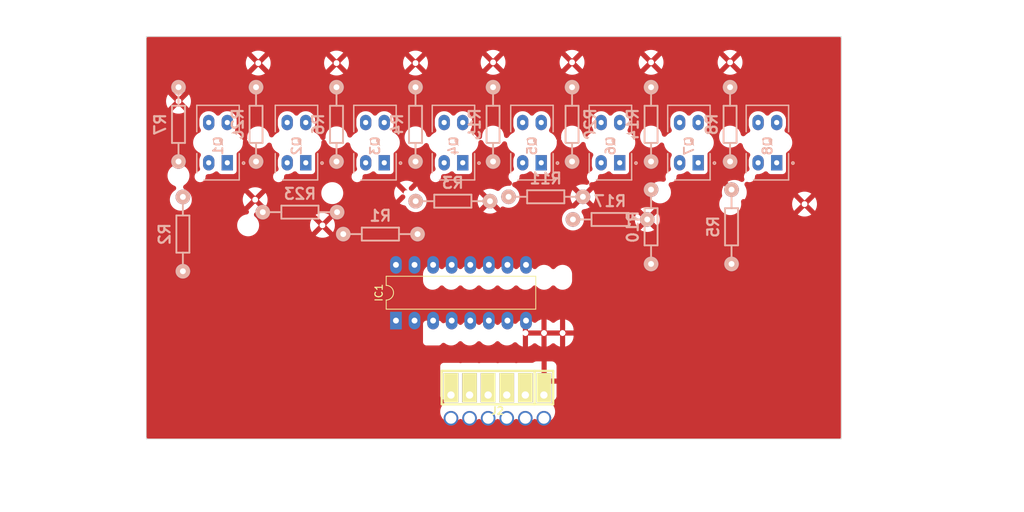
<source format=kicad_pcb>
(kicad_pcb (version 20240108) (generator "pcbnew") (generator_version "8.0")
  (layers (0 "F.Cu" signal) (31 "B.Cu" signal) (34 "B.Paste" user) (35 "F.Paste" user) (36 "B.SilkS" user "B.Silkscreen") (37 "F.SilkS" user "F.Silkscreen") (38 "B.Mask" user) (39 "F.Mask" user) (44 "Edge.Cuts" user))
  (net 0 "")
  (net 1 "/CH_5")
  (net 2 "/CH_2")
  (net 3 "VCC")
  (net 4 "/CH_7")
  (net 5 "/B")
  (net 6 "/C")
  (net 7 "/COM")
  (net 8 "/A")
  (net 9 "GND")
  (net 10 "/CH_4")
  (net 11 "Net-(Q2-K)")
  (net 12 "Net-(Q3-K)")
  (net 13 "/CH_1")
  (net 14 "Net-(Q8-K)")
  (net 15 "/CH_6")
  (net 16 "/CH_0")
  (net 17 "/CH_3")
  (net 18 "Net-(Q5-K)")
  (net 19 "Net-(Q6-K)")
  (net 20 "Net-(Q1-K)")
  (net 21 "Net-(Q7-K)")
  (net 22 "Net-(Q4-K)")
  (footprint "MacroLib:DIP-16" (layer "F.Cu") (at 129.125 118.825 90)
    (property "Reference" "IC1" (at 3.81 -2.33 270) (layer "F.SilkS"))
    (property "Value" "CD4051B")
    (fp_line (start 6.06 -1.33) (end 4.81 -1.33) (stroke (width 0.12)) (layer "F.SilkS"))
    (fp_line (start 2.81 -1.33) (end 1.56 -1.33) (stroke (width 0.12)) (layer "F.SilkS"))
    (fp_line (start 1.56 -1.33) (end 1.56 19.11) (stroke (width 0.12)) (layer "F.SilkS"))
    (fp_line (start 6.06 19.11) (end 6.06 -1.33) (stroke (width 0.12)) (layer "F.SilkS"))
    (fp_line (start 1.56 19.11) (end 6.06 19.11) (stroke (width 0.12)) (layer "F.SilkS"))
    (fp_arc (start 4.81 -1.33) (mid 3.81 -0.33) (end 2.81 -1.33) (stroke (width 0.12)) (layer "F.SilkS"))
    (pad "1" thru_hole rect (at 0 0 90) (size 2.4 1.6) (drill 0.8) (layers "*.Cu" "*.Mask") (net 10 "/CH_4"))
    (pad "2" thru_hole oval (at 0 2.54 90) (size 2.4 1.6) (drill 0.8) (layers "*.Cu" "*.Mask") (net 15 "/CH_6"))
    (pad "3" thru_hole oval (at 0 5.08 90) (size 2.4 1.6) (drill 0.8) (layers "*.Cu" "*.Mask") (net 7 "/COM"))
    (pad "4" thru_hole oval (at 0 7.62 90) (size 2.4 1.6) (drill 0.8) (layers "*.Cu" "*.Mask") (net 4 "/CH_7"))
    (pad "5" thru_hole oval (at 0 10.16 90) (size 2.4 1.6) (drill 0.8) (layers "*.Cu" "*.Mask") (net 1 "/CH_5"))
    (pad "6" thru_hole oval (at 0 12.7 90) (size 2.4 1.6) (drill 0.8) (layers "*.Cu" "*.Mask") (net 9 "GND"))
    (pad "7" thru_hole oval (at 0 15.24 90) (size 2.4 1.6) (drill 0.8) (layers "*.Cu" "*.Mask") (net 9 "GND"))
    (pad "8" thru_hole oval (at 0 17.78 90) (size 2.4 1.6) (drill 0.8) (layers "*.Cu" "*.Mask") (net 9 "GND"))
    (pad "9" thru_hole oval (at 7.62 17.78 90) (size 2.4 1.6) (drill 0.8) (layers "*.Cu" "*.Mask") (net 6 "/C"))
    (pad "10" thru_hole oval (at 7.62 15.24 90) (size 2.4 1.6) (drill 0.8) (layers "*.Cu" "*.Mask") (net 5 "/B"))
    (pad "11" thru_hole oval (at 7.62 12.7 90) (size 2.4 1.6) (drill 0.8) (layers "*.Cu" "*.Mask") (net 8 "/A"))
    (pad "12" thru_hole oval (at 7.62 10.16 90) (size 2.4 1.6) (drill 0.8) (layers "*.Cu" "*.Mask") (net 17 "/CH_3"))
    (pad "13" thru_hole oval (at 7.62 7.62 90) (size 2.4 1.6) (drill 0.8) (layers "*.Cu" "*.Mask") (net 16 "/CH_0"))
    (pad "14" thru_hole oval (at 7.62 5.08 90) (size 2.4 1.6) (drill 0.8) (layers "*.Cu" "*.Mask") (net 13 "/CH_1"))
    (pad "15" thru_hole oval (at 7.62 2.54 90) (size 2.4 1.6) (drill 0.8) (layers "*.Cu" "*.Mask") (net 2 "/CH_2"))
    (pad "16" thru_hole oval (at 7.62 0 90) (size 2.4 1.6) (drill 0.8) (layers "*.Cu" "*.Mask") (net 3 "VCC"))
  )
  (footprint "MacroLib:Pin_Header_Wire_6" (layer "F.Cu") (at 143 129 180)
    (property "Reference" "J2" (at 0 -2.159 0) (layer "F.SilkS") (effects (font (size 1.016 1.016) (thickness 0.2032))))
    (property "Value" "Conn_01x06" (hide yes))
    (fp_line (start 7.62 3.3) (end -7.62 3.3) (stroke (width 0.3048)) (layer "F.SilkS"))
    (fp_line (start 7.62 -1.27) (end 7.62 3.3) (stroke (width 0.3048)) (layer "F.SilkS"))
    (fp_line (start -5.08 -1.27) (end -5.08 3.3) (stroke (width 0.3048)) (layer "F.SilkS"))
    (fp_line (start -7.62 3.3) (end -7.62 -1.27) (stroke (width 0.3048)) (layer "F.SilkS"))
    (fp_line (start -7.62 -1.27) (end 7.62 -1.27) (stroke (width 0.3048)) (layer "F.SilkS"))
    (pad "" thru_hole circle (at -6.35 -3.175 180) (size 2 2) (drill 1.5) (layers "*.Cu" "*.Mask"))
    (pad "" thru_hole circle (at -3.81 -3.175 180) (size 2 2) (drill 1.5) (layers "*.Cu" "*.Mask"))
    (pad "" thru_hole circle (at -1.27 -3.175 180) (size 2 2) (drill 1.5) (layers "*.Cu" "*.Mask"))
    (pad "" thru_hole circle (at 1.27 -3.175 180) (size 2 2) (drill 1.5) (layers "*.Cu" "*.Mask"))
    (pad "" thru_hole circle (at 3.81 -3.175 180) (size 2 2) (drill 1.5) (layers "*.Cu" "*.Mask"))
    (pad "" thru_hole circle (at 6.35 -3.175 180) (size 2 2) (drill 1.5) (layers "*.Cu" "*.Mask"))
    (pad "1" thru_hole rect (at -6.35 0 180) (size 2 4) (drill 1 (offset 0 1)) (layers "*.Cu" "F.SilkS") (net 9 "GND"))
    (pad "2" thru_hole rect (at -3.81 0 180) (size 2 4) (drill 1 (offset 0 1)) (layers "*.Cu" "F.SilkS") (net 6 "/C"))
    (pad "3" thru_hole rect (at -1.27 0 180) (size 2 4) (drill 1 (offset 0 1)) (layers "*.Cu" "F.SilkS") (net 5 "/B"))
    (pad "4" thru_hole rect (at 1.27 0 180) (size 2 4) (drill 1 (offset 0 1)) (layers "*.Cu" "F.SilkS") (net 8 "/A"))
    (pad "5" thru_hole rect (at 3.81 0 180) (size 2 4) (drill 1 (offset 0 1)) (layers "*.Cu" "F.SilkS") (net 7 "/COM"))
    (pad "6" thru_hole rect (at 6.35 0 180) (size 2 4) (drill 1 (offset 0 1)) (layers "*.Cu" "F.SilkS") (net 3 "VCC"))
  )
  (footprint "MacroLib:TCRT5000L" (layer "B.Cu") (at 179.9 94.5 90)
    (property "Reference" "Q8" (at -0.432 0.015 90) (layer "B.SilkS") (effects (font (size 1.27 1.27) (thickness 0.254)) (justify mirror)))
    (property "Value" "TCRT5000" (hide yes))
    (fp_line (start 1.5 -2.9) (end 5.1 -2.9) (stroke (width 0.2)) (layer "B.SilkS"))
    (fp_line (start -4.1 -2.9) (end -1.5 -2.9) (stroke (width 0.2)) (layer "B.SilkS"))
    (fp_line (start -5.1 -1.9) (end -5.1 2.9) (stroke (width 0.2)) (layer "B.SilkS"))
    (fp_line (start 5.1 2.9) (end 5.1 -2.9) (stroke (width 0.2)) (layer "B.SilkS"))
    (fp_line (start 1.5 2.9) (end 5.1 2.9) (stroke (width 0.2)) (layer "B.SilkS"))
    (fp_line (start -1.5 2.9) (end -5.1 2.9) (stroke (width 0.2)) (layer "B.SilkS"))
    (fp_circle (center -2.79 3.492) (end -2.79 3.434) (stroke (width 0.2)) (fill none) (layer "B.SilkS"))
    (pad "" np_thru_hole circle (at -4.65 -2.45 90) (size 1 1) (drill 1) (layers "*.Cu" "*.Mask"))
    (pad "" np_thru_hole circle (at 0 -1.9 90) (size 2.5 2.5) (drill 2.5) (layers "*.Cu" "*.Mask"))
    (pad "" np_thru_hole circle (at 0 1.9 90) (size 2.5 2.5) (drill 2.5) (layers "*.Cu" "*.Mask"))
    (pad "1" thru_hole rect (at -2.75 1.27 90) (size 2.1 1.55) (drill 0.7) (layers "*.Cu" "*.Mask") (net 3 "VCC"))
    (pad "2" thru_hole oval (at -2.75 -1.27 90) (size 2.1 1.55) (drill 0.7) (layers "*.Cu" "*.Mask") (net 4 "/CH_7"))
    (pad "3" thru_hole oval (at 2.75 -1.27 90) (size 2.1 1.55) (drill 0.7) (layers "*.Cu" "*.Mask") (net 14 "Net-(Q8-K)"))
    (pad "4" thru_hole oval (at 2.75 1.27 90) (size 2.1 1.55) (drill 0.7) (layers "*.Cu" "*.Mask") (net 3 "VCC"))
  )
  (footprint "MacroLib:RES0.3" (layer "B.Cu") (at 175 106 -90)
    (property "Reference" "R5" (at 0 2.5 90) (layer "B.SilkS") (effects (font (size 1.5 1.5) (thickness 0.3)) (justify mirror)))
    (property "Value" "10k" (hide yes))
    (fp_line (start -2.54 0.889) (end 2.54 0.889) (stroke (width 0.254)) (layer "B.SilkS"))
    (fp_line (start 2.54 0.889) (end 2.54 -0.889) (stroke (width 0.254)) (layer "B.SilkS"))
    (fp_line (start -4.191 0) (end -2.54 0) (stroke (width 0.254)) (layer "B.SilkS"))
    (fp_line (start 4.191 0) (end 2.54 0) (stroke (width 0.254)) (layer "B.SilkS"))
    (fp_line (start -2.54 -0.889) (end -2.54 0.889) (stroke (width 0.254)) (layer "B.SilkS"))
    (fp_line (start 2.54 -0.889) (end -2.54 -0.889) (stroke (width 0.254)) (layer "B.SilkS"))
    (pad "1" thru_hole circle (at -5.08 0 270) (size 1.99898 1.99898) (drill 0.8001) (layers "*.Cu" "*.Mask" "B.SilkS") (net 4 "/CH_7"))
    (pad "2" thru_hole circle (at 5.08 0 270) (size 1.99898 1.99898) (drill 0.8001) (layers "*.Cu" "*.Mask" "B.SilkS") (net 9 "GND"))
  )
  (footprint "MacroLib:TCRT5000L" (layer "B.Cu") (at 126.257142 94.5 90)
    (property "Reference" "Q3" (at -0.432 0.015 90) (layer "B.SilkS") (effects (font (size 1.27 1.27) (thickness 0.254)) (justify mirror)))
    (property "Value" "TCRT5000" (hide yes))
    (fp_line (start 1.5 -2.9) (end 5.1 -2.9) (stroke (width 0.2)) (layer "B.SilkS"))
    (fp_line (start -4.1 -2.9) (end -1.5 -2.9) (stroke (width 0.2)) (layer "B.SilkS"))
    (fp_line (start -5.1 -1.9) (end -5.1 2.9) (stroke (width 0.2)) (layer "B.SilkS"))
    (fp_line (start 5.1 2.9) (end 5.1 -2.9) (stroke (width 0.2)) (layer "B.SilkS"))
    (fp_line (start 1.5 2.9) (end 5.1 2.9) (stroke (width 0.2)) (layer "B.SilkS"))
    (fp_line (start -1.5 2.9) (end -5.1 2.9) (stroke (width 0.2)) (layer "B.SilkS"))
    (fp_circle (center -2.79 3.492) (end -2.79 3.434) (stroke (width 0.2)) (fill none) (layer "B.SilkS"))
    (pad "" np_thru_hole circle (at -4.65 -2.45 90) (size 1 1) (drill 1) (layers "*.Cu" "*.Mask"))
    (pad "" np_thru_hole circle (at 0 -1.9 90) (size 2.5 2.5) (drill 2.5) (layers "*.Cu" "*.Mask"))
    (pad "" np_thru_hole circle (at 0 1.9 90) (size 2.5 2.5) (drill 2.5) (layers "*.Cu" "*.Mask"))
    (pad "1" thru_hole rect (at -2.75 1.27 90) (size 2.1 1.55) (drill 0.7) (layers "*.Cu" "*.Mask") (net 3 "VCC"))
    (pad "2" thru_hole oval (at -2.75 -1.27 90) (size 2.1 1.55) (drill 0.7) (layers "*.Cu" "*.Mask") (net 2 "/CH_2"))
    (pad "3" thru_hole oval (at 2.75 -1.27 90) (size 2.1 1.55) (drill 0.7) (layers "*.Cu" "*.Mask") (net 12 "Net-(Q3-K)"))
    (pad "4" thru_hole oval (at 2.75 1.27 90) (size 2.1 1.55) (drill 0.7) (layers "*.Cu" "*.Mask") (net 3 "VCC"))
  )
  (footprint "MacroLib:RES0.3" (layer "B.Cu") (at 116 104 180)
    (property "Reference" "R23" (at 0 2.5 180) (layer "B.SilkS") (effects (font (size 1.5 1.5) (thickness 0.3)) (justify mirror)))
    (property "Value" "10k" (hide yes))
    (fp_line (start 4.191 0) (end 2.54 0) (stroke (width 0.254)) (layer "B.SilkS"))
    (fp_line (start 2.54 0.889) (end 2.54 -0.889) (stroke (width 0.254)) (layer "B.SilkS"))
    (fp_line (start 2.54 -0.889) (end -2.54 -0.889) (stroke (width 0.254)) (layer "B.SilkS"))
    (fp_line (start -2.54 0.889) (end 2.54 0.889) (stroke (width 0.254)) (layer "B.SilkS"))
    (fp_line (start -2.54 -0.889) (end -2.54 0.889) (stroke (width 0.254)) (layer "B.SilkS"))
    (fp_line (start -4.191 0) (end -2.54 0) (stroke (width 0.254)) (layer "B.SilkS"))
    (pad "1" thru_hole circle (at -5.08 0 180) (size 1.99898 1.99898) (drill 0.8001) (layers "*.Cu" "*.Mask" "B.SilkS") (net 13 "/CH_1"))
    (pad "2" thru_hole circle (at 5.08 0 180) (size 1.99898 1.99898) (drill 0.8001) (layers "*.Cu" "*.Mask" "B.SilkS") (net 9 "GND"))
  )
  (footprint "MacroLib:RES0.3" (layer "B.Cu") (at 149.6 101.9 180)
    (property "Reference" "R11" (at 0 2.5 180) (layer "B.SilkS") (effects (font (size 1.5 1.5) (thickness 0.3)) (justify mirror)))
    (property "Value" "10k" (hide yes))
    (fp_line (start 4.191 0) (end 2.54 0) (stroke (width 0.254)) (layer "B.SilkS"))
    (fp_line (start 2.54 0.889) (end 2.54 -0.889) (stroke (width 0.254)) (layer "B.SilkS"))
    (fp_line (start 2.54 -0.889) (end -2.54 -0.889) (stroke (width 0.254)) (layer "B.SilkS"))
    (fp_line (start -2.54 0.889) (end 2.54 0.889) (stroke (width 0.254)) (layer "B.SilkS"))
    (fp_line (start -2.54 -0.889) (end -2.54 0.889) (stroke (width 0.254)) (layer "B.SilkS"))
    (fp_line (start -4.191 0) (end -2.54 0) (stroke (width 0.254)) (layer "B.SilkS"))
    (pad "1" thru_hole circle (at -5.08 0 180) (size 1.99898 1.99898) (drill 0.8001) (layers "*.Cu" "*.Mask" "B.SilkS") (net 10 "/CH_4"))
    (pad "2" thru_hole circle (at 5.08 0 180) (size 1.99898 1.99898) (drill 0.8001) (layers "*.Cu" "*.Mask" "B.SilkS") (net 9 "GND"))
  )
  (footprint "MacroLib:RES0.3" (layer "B.Cu") (at 110 92 -90)
    (property "Reference" "R26" (at 0 2.5 90) (layer "B.SilkS") (effects (font (size 1.5 1.5) (thickness 0.3)) (justify mirror)))
    (property "Value" "220" (hide yes))
    (fp_line (start -2.54 0.889) (end 2.54 0.889) (stroke (width 0.254)) (layer "B.SilkS"))
    (fp_line (start 2.54 0.889) (end 2.54 -0.889) (stroke (width 0.254)) (layer "B.SilkS"))
    (fp_line (start -4.191 0) (end -2.54 0) (stroke (width 0.254)) (layer "B.SilkS"))
    (fp_line (start 4.191 0) (end 2.54 0) (stroke (width 0.254)) (layer "B.SilkS"))
    (fp_line (start -2.54 -0.889) (end -2.54 0.889) (stroke (width 0.254)) (layer "B.SilkS"))
    (fp_line (start 2.54 -0.889) (end -2.54 -0.889) (stroke (width 0.254)) (layer "B.SilkS"))
    (pad "1" thru_hole circle (at -5.08 0 270) (size 1.99898 1.99898) (drill 0.8001) (layers "*.Cu" "*.Mask" "B.SilkS") (net 9 "GND"))
    (pad "2" thru_hole circle (at 5.08 0 270) (size 1.99898 1.99898) (drill 0.8001) (layers "*.Cu" "*.Mask" "B.SilkS") (net 11 "Net-(Q2-K)"))
  )
  (footprint "MacroLib:RES0.3" (layer "B.Cu") (at 164 92 -90)
    (property "Reference" "R14" (at 0 2.5 90) (layer "B.SilkS") (effects (font (size 1.5 1.5) (thickness 0.3)) (justify mirror)))
    (property "Value" "220" (hide yes))
    (fp_line (start -2.54 0.889) (end 2.54 0.889) (stroke (width 0.254)) (layer "B.SilkS"))
    (fp_line (start 2.54 0.889) (end 2.54 -0.889) (stroke (width 0.254)) (layer "B.SilkS"))
    (fp_line (start -4.191 0) (end -2.54 0) (stroke (width 0.254)) (layer "B.SilkS"))
    (fp_line (start 4.191 0) (end 2.54 0) (stroke (width 0.254)) (layer "B.SilkS"))
    (fp_line (start -2.54 -0.889) (end -2.54 0.889) (stroke (width 0.254)) (layer "B.SilkS"))
    (fp_line (start 2.54 -0.889) (end -2.54 -0.889) (stroke (width 0.254)) (layer "B.SilkS"))
    (pad "1" thru_hole circle (at -5.08 0 270) (size 1.99898 1.99898) (drill 0.8001) (layers "*.Cu" "*.Mask" "B.SilkS") (net 9 "GND"))
    (pad "2" thru_hole circle (at 5.08 0 270) (size 1.99898 1.99898) (drill 0.8001) (layers "*.Cu" "*.Mask" "B.SilkS") (net 21 "Net-(Q7-K)"))
  )
  (footprint "MacroLib:RES0.3" (layer "B.Cu") (at 99.4 92 -90)
    (property "Reference" "R7" (at 0 2.5 90) (layer "B.SilkS") (effects (font (size 1.5 1.5) (thickness 0.3)) (justify mirror)))
    (property "Value" "220" (hide yes))
    (fp_line (start -2.54 0.889) (end 2.54 0.889) (stroke (width 0.254)) (layer "B.SilkS"))
    (fp_line (start 2.54 0.889) (end 2.54 -0.889) (stroke (width 0.254)) (layer "B.SilkS"))
    (fp_line (start -4.191 0) (end -2.54 0) (stroke (width 0.254)) (layer "B.SilkS"))
    (fp_line (start 4.191 0) (end 2.54 0) (stroke (width 0.254)) (layer "B.SilkS"))
    (fp_line (start -2.54 -0.889) (end -2.54 0.889) (stroke (width 0.254)) (layer "B.SilkS"))
    (fp_line (start 2.54 -0.889) (end -2.54 -0.889) (stroke (width 0.254)) (layer "B.SilkS"))
    (pad "1" thru_hole circle (at -5.08 0 270) (size 1.99898 1.99898) (drill 0.8001) (layers "*.Cu" "*.Mask" "B.SilkS") (net 9 "GND"))
    (pad "2" thru_hole circle (at 5.08 0 270) (size 1.99898 1.99898) (drill 0.8001) (layers "*.Cu" "*.Mask" "B.SilkS") (net 20 "Net-(Q1-K)"))
  )
  (footprint "MacroLib:RES0.3" (layer "B.Cu") (at 136.9 102.5 180)
    (property "Reference" "R3" (at 0 2.5 180) (layer "B.SilkS") (effects (font (size 1.5 1.5) (thickness 0.3)) (justify mirror)))
    (property "Value" "10k" (hide yes))
    (fp_line (start 4.191 0) (end 2.54 0) (stroke (width 0.254)) (layer "B.SilkS"))
    (fp_line (start 2.54 0.889) (end 2.54 -0.889) (stroke (width 0.254)) (layer "B.SilkS"))
    (fp_line (start 2.54 -0.889) (end -2.54 -0.889) (stroke (width 0.254)) (layer "B.SilkS"))
    (fp_line (start -2.54 0.889) (end 2.54 0.889) (stroke (width 0.254)) (layer "B.SilkS"))
    (fp_line (start -2.54 -0.889) (end -2.54 0.889) (stroke (width 0.254)) (layer "B.SilkS"))
    (fp_line (start -4.191 0) (end -2.54 0) (stroke (width 0.254)) (layer "B.SilkS"))
    (pad "1" thru_hole circle (at -5.08 0 180) (size 1.99898 1.99898) (drill 0.8001) (layers "*.Cu" "*.Mask" "B.SilkS") (net 17 "/CH_3"))
    (pad "2" thru_hole circle (at 5.08 0 180) (size 1.99898 1.99898) (drill 0.8001) (layers "*.Cu" "*.Mask" "B.SilkS") (net 9 "GND"))
  )
  (footprint "MacroLib:RES0.3" (layer "B.Cu") (at 142.4 92 -90)
    (property "Reference" "R15" (at 0 2.5 90) (layer "B.SilkS") (effects (font (size 1.5 1.5) (thickness 0.3)) (justify mirror)))
    (property "Value" "220" (hide yes))
    (fp_line (start -2.54 0.889) (end 2.54 0.889) (stroke (width 0.254)) (layer "B.SilkS"))
    (fp_line (start 2.54 0.889) (end 2.54 -0.889) (stroke (width 0.254)) (layer "B.SilkS"))
    (fp_line (start -4.191 0) (end -2.54 0) (stroke (width 0.254)) (layer "B.SilkS"))
    (fp_line (start 4.191 0) (end 2.54 0) (stroke (width 0.254)) (layer "B.SilkS"))
    (fp_line (start -2.54 -0.889) (end -2.54 0.889) (stroke (width 0.254)) (layer "B.SilkS"))
    (fp_line (start 2.54 -0.889) (end -2.54 -0.889) (stroke (width 0.254)) (layer "B.SilkS"))
    (pad "1" thru_hole circle (at -5.08 0 270) (size 1.99898 1.99898) (drill 0.8001) (layers "*.Cu" "*.Mask" "B.SilkS") (net 9 "GND"))
    (pad "2" thru_hole circle (at 5.08 0 270) (size 1.99898 1.99898) (drill 0.8001) (layers "*.Cu" "*.Mask" "B.SilkS") (net 18 "Net-(Q5-K)"))
  )
  (footprint "MacroLib:TCRT5000L" (layer "B.Cu") (at 136.985713 94.5 90)
    (property "Reference" "Q4" (at -0.432 0.015 90) (layer "B.SilkS") (effects (font (size 1.27 1.27) (thickness 0.254)) (justify mirror)))
    (property "Value" "TCRT5000" (hide yes))
    (fp_line (start 1.5 -2.9) (end 5.1 -2.9) (stroke (width 0.2)) (layer "B.SilkS"))
    (fp_line (start -4.1 -2.9) (end -1.5 -2.9) (stroke (width 0.2)) (layer "B.SilkS"))
    (fp_line (start -5.1 -1.9) (end -5.1 2.9) (stroke (width 0.2)) (layer "B.SilkS"))
    (fp_line (start 5.1 2.9) (end 5.1 -2.9) (stroke (width 0.2)) (layer "B.SilkS"))
    (fp_line (start 1.5 2.9) (end 5.1 2.9) (stroke (width 0.2)) (layer "B.SilkS"))
    (fp_line (start -1.5 2.9) (end -5.1 2.9) (stroke (width 0.2)) (layer "B.SilkS"))
    (fp_circle (center -2.79 3.492) (end -2.79 3.434) (stroke (width 0.2)) (fill none) (layer "B.SilkS"))
    (pad "" np_thru_hole circle (at -4.65 -2.45 90) (size 1 1) (drill 1) (layers "*.Cu" "*.Mask"))
    (pad "" np_thru_hole circle (at 0 -1.9 90) (size 2.5 2.5) (drill 2.5) (layers "*.Cu" "*.Mask"))
    (pad "" np_thru_hole circle (at 0 1.9 90) (size 2.5 2.5) (drill 2.5) (layers "*.Cu" "*.Mask"))
    (pad "1" thru_hole rect (at -2.75 1.27 90) (size 2.1 1.55) (drill 0.7) (layers "*.Cu" "*.Mask") (net 3 "VCC"))
    (pad "2" thru_hole oval (at -2.75 -1.27 90) (size 2.1 1.55) (drill 0.7) (layers "*.Cu" "*.Mask") (net 17 "/CH_3"))
    (pad "3" thru_hole oval (at 2.75 -1.27 90) (size 2.1 1.55) (drill 0.7) (layers "*.Cu" "*.Mask") (net 22 "Net-(Q4-K)"))
    (pad "4" thru_hole oval (at 2.75 1.27 90) (size 2.1 1.55) (drill 0.7) (layers "*.Cu" "*.Mask") (net 3 "VCC"))
  )
  (footprint "MacroLib:RES0.3" (layer "B.Cu") (at 164 106 -90)
    (property "Reference" "R10" (at 0 2.5 90) (layer "B.SilkS") (effects (font (size 1.5 1.5) (thickness 0.3)) (justify mirror)))
    (property "Value" "10k" (hide yes))
    (fp_line (start -2.54 0.889) (end 2.54 0.889) (stroke (width 0.254)) (layer "B.SilkS"))
    (fp_line (start 2.54 0.889) (end 2.54 -0.889) (stroke (width 0.254)) (layer "B.SilkS"))
    (fp_line (start -4.191 0) (end -2.54 0) (stroke (width 0.254)) (layer "B.SilkS"))
    (fp_line (start 4.191 0) (end 2.54 0) (stroke (width 0.254)) (layer "B.SilkS"))
    (fp_line (start -2.54 -0.889) (end -2.54 0.889) (stroke (width 0.254)) (layer "B.SilkS"))
    (fp_line (start 2.54 -0.889) (end -2.54 -0.889) (stroke (width 0.254)) (layer "B.SilkS"))
    (pad "1" thru_hole circle (at -5.08 0 270) (size 1.99898 1.99898) (drill 0.8001) (layers "*.Cu" "*.Mask" "B.SilkS") (net 15 "/CH_6"))
    (pad "2" thru_hole circle (at 5.08 0 270) (size 1.99898 1.99898) (drill 0.8001) (layers "*.Cu" "*.Mask" "B.SilkS") (net 9 "GND"))
  )
  (footprint "MacroLib:RES0.3" (layer "B.Cu") (at 121 92 -90)
    (property "Reference" "R6" (at 0 2.5 90) (layer "B.SilkS") (effects (font (size 1.5 1.5) (thickness 0.3)) (justify mirror)))
    (property "Value" "220" (hide yes))
    (fp_line (start -2.54 0.889) (end 2.54 0.889) (stroke (width 0.254)) (layer "B.SilkS"))
    (fp_line (start 2.54 0.889) (end 2.54 -0.889) (stroke (width 0.254)) (layer "B.SilkS"))
    (fp_line (start -4.191 0) (end -2.54 0) (stroke (width 0.254)) (layer "B.SilkS"))
    (fp_line (start 4.191 0) (end 2.54 0) (stroke (width 0.254)) (layer "B.SilkS"))
    (fp_line (start -2.54 -0.889) (end -2.54 0.889) (stroke (width 0.254)) (layer "B.SilkS"))
    (fp_line (start 2.54 -0.889) (end -2.54 -0.889) (stroke (width 0.254)) (layer "B.SilkS"))
    (pad "1" thru_hole circle (at -5.08 0 270) (size 1.99898 1.99898) (drill 0.8001) (layers "*.Cu" "*.Mask" "B.SilkS") (net 9 "GND"))
    (pad "2" thru_hole circle (at 5.08 0 270) (size 1.99898 1.99898) (drill 0.8001) (layers "*.Cu" "*.Mask" "B.SilkS") (net 12 "Net-(Q3-K)"))
  )
  (footprint "MacroLib:RES0.3" (layer "B.Cu") (at 174.8 92 -90)
    (property "Reference" "R8" (at 0 2.5 90) (layer "B.SilkS") (effects (font (size 1.5 1.5) (thickness 0.3)) (justify mirror)))
    (property "Value" "220" (hide yes))
    (fp_line (start -2.54 0.889) (end 2.54 0.889) (stroke (width 0.254)) (layer "B.SilkS"))
    (fp_line (start 2.54 0.889) (end 2.54 -0.889) (stroke (width 0.254)) (layer "B.SilkS"))
    (fp_line (start -4.191 0) (end -2.54 0) (stroke (width 0.254)) (layer "B.SilkS"))
    (fp_line (start 4.191 0) (end 2.54 0) (stroke (width 0.254)) (layer "B.SilkS"))
    (fp_line (start -2.54 -0.889) (end -2.54 0.889) (stroke (width 0.254)) (layer "B.SilkS"))
    (fp_line (start 2.54 -0.889) (end -2.54 -0.889) (stroke (width 0.254)) (layer "B.SilkS"))
    (pad "1" thru_hole circle (at -5.08 0 270) (size 1.99898 1.99898) (drill 0.8001) (layers "*.Cu" "*.Mask" "B.SilkS") (net 9 "GND"))
    (pad "2" thru_hole circle (at 5.08 0 270) (size 1.99898 1.99898) (drill 0.8001) (layers "*.Cu" "*.Mask" "B.SilkS") (net 14 "Net-(Q8-K)"))
  )
  (footprint "MacroLib:RES0.3" (layer "B.Cu") (at 153.2 92 90)
    (property "Reference" "R20" (at 0 2.5 -90) (layer "B.SilkS") (effects (font (size 1.5 1.5) (thickness 0.3)) (justify mirror)))
    (property "Value" "220" (hide yes))
    (fp_line (start 2.54 -0.889) (end -2.54 -0.889) (stroke (width 0.254)) (layer "B.SilkS"))
    (fp_line (start -2.54 -0.889) (end -2.54 0.889) (stroke (width 0.254)) (layer "B.SilkS"))
    (fp_line (start 4.191 0) (end 2.54 0) (stroke (width 0.254)) (layer "B.SilkS"))
    (fp_line (start -4.191 0) (end -2.54 0) (stroke (width 0.254)) (layer "B.SilkS"))
    (fp_line (start 2.54 0.889) (end 2.54 -0.889) (stroke (width 0.254)) (layer "B.SilkS"))
    (fp_line (start -2.54 0.889) (end 2.54 0.889) (stroke (width 0.254)) (layer "B.SilkS"))
    (pad "1" thru_hole circle (at -5.08 0 90) (size 1.99898 1.99898) (drill 0.8001) (layers "*.Cu" "*.Mask" "B.SilkS") (net 19 "Net-(Q6-K)"))
    (pad "2" thru_hole circle (at 5.08 0 90) (size 1.99898 1.99898) (drill 0.8001) (layers "*.Cu" "*.Mask" "B.SilkS") (net 9 "GND"))
  )
  (footprint "MacroLib:RES0.3" (layer "B.Cu") (at 131.8 92 -90)
    (property "Reference" "R4" (at 0 2.5 90) (layer "B.SilkS") (effects (font (size 1.5 1.5) (thickness 0.3)) (justify mirror)))
    (property "Value" "220" (hide yes))
    (fp_line (start -2.54 0.889) (end 2.54 0.889) (stroke (width 0.254)) (layer "B.SilkS"))
    (fp_line (start 2.54 0.889) (end 2.54 -0.889) (stroke (width 0.254)) (layer "B.SilkS"))
    (fp_line (start -4.191 0) (end -2.54 0) (stroke (width 0.254)) (layer "B.SilkS"))
    (fp_line (start 4.191 0) (end 2.54 0) (stroke (width 0.254)) (layer "B.SilkS"))
    (fp_line (start -2.54 -0.889) (end -2.54 0.889) (stroke (width 0.254)) (layer "B.SilkS"))
    (fp_line (start 2.54 -0.889) (end -2.54 -0.889) (stroke (width 0.254)) (layer "B.SilkS"))
    (pad "1" thru_hole circle (at -5.08 0 270) (size 1.99898 1.99898) (drill 0.8001) (layers "*.Cu" "*.Mask" "B.SilkS") (net 9 "GND"))
    (pad "2" thru_hole circle (at 5.08 0 270) (size 1.99898 1.99898) (drill 0.8001) (layers "*.Cu" "*.Mask" "B.SilkS") (net 22 "Net-(Q4-K)"))
  )
  (footprint "MacroLib:TCRT5000L" (layer "B.Cu") (at 169.171426 94.5 90)
    (property "Reference" "Q7" (at -0.432 0.015 90) (layer "B.SilkS") (effects (font (size 1.27 1.27) (thickness 0.254)) (justify mirror)))
    (property "Value" "TCRT5000" (hide yes))
    (fp_line (start 1.5 -2.9) (end 5.1 -2.9) (stroke (width 0.2)) (layer "B.SilkS"))
    (fp_line (start -4.1 -2.9) (end -1.5 -2.9) (stroke (width 0.2)) (layer "B.SilkS"))
    (fp_line (start -5.1 -1.9) (end -5.1 2.9) (stroke (width 0.2)) (layer "B.SilkS"))
    (fp_line (start 5.1 2.9) (end 5.1 -2.9) (stroke (width 0.2)) (layer "B.SilkS"))
    (fp_line (start 1.5 2.9) (end 5.1 2.9) (stroke (width 0.2)) (layer "B.SilkS"))
    (fp_line (start -1.5 2.9) (end -5.1 2.9) (stroke (width 0.2)) (layer "B.SilkS"))
    (fp_circle (center -2.79 3.492) (end -2.79 3.434) (stroke (width 0.2)) (fill none) (layer "B.SilkS"))
    (pad "" np_thru_hole circle (at -4.65 -2.45 90) (size 1 1) (drill 1) (layers "*.Cu" "*.Mask"))
    (pad "" np_thru_hole circle (at 0 -1.9 90) (size 2.5 2.5) (drill 2.5) (layers "*.Cu" "*.Mask"))
    (pad "" np_thru_hole circle (at 0 1.9 90) (size 2.5 2.5) (drill 2.5) (layers "*.Cu" "*.Mask"))
    (pad "1" thru_hole rect (at -2.75 1.27 90) (size 2.1 1.55) (drill 0.7) (layers "*.Cu" "*.Mask") (net 3 "VCC"))
    (pad "2" thru_hole oval (at -2.75 -1.27 90) (size 2.1 1.55) (drill 0.7) (layers "*.Cu" "*.Mask") (net 15 "/CH_6"))
    (pad "3" thru_hole oval (at 2.75 -1.27 90) (size 2.1 1.55) (drill 0.7) (layers "*.Cu" "*.Mask") (net 21 "Net-(Q7-K)"))
    (pad "4" thru_hole oval (at 2.75 1.27 90) (size 2.1 1.55) (drill 0.7) (layers "*.Cu" "*.Mask") (net 3 "VCC"))
  )
  (footprint "MacroLib:RES0.3" (layer "B.Cu") (at 158.4 105 180)
    (property "Reference" "R17" (at 0 2.5 180) (layer "B.SilkS") (effects (font (size 1.5 1.5) (thickness 0.3)) (justify mirror)))
    (property "Value" "10k" (hide yes))
    (fp_line (start 4.191 0) (end 2.54 0) (stroke (width 0.254)) (layer "B.SilkS"))
    (fp_line (start 2.54 0.889) (end 2.54 -0.889) (stroke (width 0.254)) (layer "B.SilkS"))
    (fp_line (start 2.54 -0.889) (end -2.54 -0.889) (stroke (width 0.254)) (layer "B.SilkS"))
    (fp_line (start -2.54 0.889) (end 2.54 0.889) (stroke (width 0.254)) (layer "B.SilkS"))
    (fp_line (start -2.54 -0.889) (end -2.54 0.889) (stroke (width 0.254)) (layer "B.SilkS"))
    (fp_line (start -4.191 0) (end -2.54 0) (stroke (width 0.254)) (layer "B.SilkS"))
    (pad "1" thru_hole circle (at -5.08 0 180) (size 1.99898 1.99898) (drill 0.8001) (layers "*.Cu" "*.Mask" "B.SilkS") (net 1 "/CH_5"))
    (pad "2" thru_hole circle (at 5.08 0 180) (size 1.99898 1.99898) (drill 0.8001) (layers "*.Cu" "*.Mask" "B.SilkS") (net 9 "GND"))
  )
  (footprint "MacroLib:TCRT5000L" (layer "B.Cu") (at 158.442855 94.5 90)
    (property "Reference" "Q6" (at -0.432 0.015 90) (layer "B.SilkS") (effects (font (size 1.27 1.27) (thickness 0.254)) (justify mirror)))
    (property "Value" "TCRT5000" (hide yes))
    (fp_line (start 1.5 -2.9) (end 5.1 -2.9) (stroke (width 0.2)) (layer "B.SilkS"))
    (fp_line (start -4.1 -2.9) (end -1.5 -2.9) (stroke (width 0.2)) (layer "B.SilkS"))
    (fp_line (start -5.1 -1.9) (end -5.1 2.9) (stroke (width 0.2)) (layer "B.SilkS"))
    (fp_line (start 5.1 2.9) (end 5.1 -2.9) (stroke (width 0.2)) (layer "B.SilkS"))
    (fp_line (start 1.5 2.9) (end 5.1 2.9) (stroke (width 0.2)) (layer "B.SilkS"))
    (fp_line (start -1.5 2.9) (end -5.1 2.9) (stroke (width 0.2)) (layer "B.SilkS"))
    (fp_circle (center -2.79 3.492) (end -2.79 3.434) (stroke (width 0.2)) (fill none) (layer "B.SilkS"))
    (pad "" np_thru_hole circle (at -4.65 -2.45 90) (size 1 1) (drill 1) (layers "*.Cu" "*.Mask"))
    (pad "" np_thru_hole circle (at 0 -1.9 90) (size 2.5 2.5) (drill 2.5) (layers "*.Cu" "*.Mask"))
    (pad "" np_thru_hole circle (at 0 1.9 90) (size 2.5 2.5) (drill 2.5) (layers "*.Cu" "*.Mask"))
    (pad "1" thru_hole rect (at -2.75 1.27 90) (size 2.1 1.55) (drill 0.7) (layers "*.Cu" "*.Mask") (net 3 "VCC"))
    (pad "2" thru_hole oval (at -2.75 -1.27 90) (size 2.1 1.55) (drill 0.7) (layers "*.Cu" "*.Mask") (net 1 "/CH_5"))
    (pad "3" thru_hole oval (at 2.75 -1.27 90) (size 2.1 1.55) (drill 0.7) (layers "*.Cu" "*.Mask") (net 19 "Net-(Q6-K)"))
    (pad "4" thru_hole oval (at 2.75 1.27 90) (size 2.1 1.55) (drill 0.7) (layers "*.Cu" "*.Mask") (net 3 "VCC"))
  )
  (footprint "MacroLib:TCRT5000L" (layer "B.Cu") (at 147.714284 94.5 90)
    (property "Reference" "Q5" (at -0.432 0.015 90) (layer "B.SilkS") (effects (font (size 1.27 1.27) (thickness 0.254)) (justify mirror)))
    (property "Value" "TCRT5000" (hide yes))
    (fp_line (start 1.5 -2.9) (end 5.1 -2.9) (stroke (width 0.2)) (layer "B.SilkS"))
    (fp_line (start -4.1 -2.9) (end -1.5 -2.9) (stroke (width 0.2)) (layer "B.SilkS"))
    (fp_line (start -5.1 -1.9) (end -5.1 2.9) (stroke (width 0.2)) (layer "B.SilkS"))
    (fp_line (start 5.1 2.9) (end 5.1 -2.9) (stroke (width 0.2)) (layer "B.SilkS"))
    (fp_line (start 1.5 2.9) (end 5.1 2.9) (stroke (width 0.2)) (layer "B.SilkS"))
    (fp_line (start -1.5 2.9) (end -5.1 2.9) (stroke (width 0.2)) (layer "B.SilkS"))
    (fp_circle (center -2.79 3.492) (end -2.79 3.434) (stroke (width 0.2)) (fill none) (layer "B.SilkS"))
    (pad "" np_thru_hole circle (at -4.65 -2.45 90) (size 1 1) (drill 1) (layers "*.Cu" "*.Mask"))
    (pad "" np_thru_hole circle (at 0 -1.9 90) (size 2.5 2.5) (drill 2.5) (layers "*.Cu" "*.Mask"))
    (pad "" np_thru_hole circle (at 0 1.9 90) (size 2.5 2.5) (drill 2.5) (layers "*.Cu" "*.Mask"))
    (pad "1" thru_hole rect (at -2.75 1.27 90) (size 2.1 1.55) (drill 0.7) (layers "*.Cu" "*.Mask") (net 3 "VCC"))
    (pad "2" thru_hole oval (at -2.75 -1.27 90) (size 2.1 1.55) (drill 0.7) (layers "*.Cu" "*.Mask") (net 10 "/CH_4"))
    (pad "3" thru_hole oval (at 2.75 -1.27 90) (size 2.1 1.55) (drill 0.7) (layers "*.Cu" "*.Mask") (net 18 "Net-(Q5-K)"))
    (pad "4" thru_hole oval (at 2.75 1.27 90) (size 2.1 1.55) (drill 0.7) (layers "*.Cu" "*.Mask") (net 3 "VCC"))
  )
  (footprint "MacroLib:TCRT5000L" (layer "B.Cu") (at 104.8 94.5 90)
    (property "Reference" "Q1" (at -0.432 0.015 90) (layer "B.SilkS") (effects (font (size 1.27 1.27) (thickness 0.254)) (justify mirror)))
    (property "Value" "TCRT5000" (hide yes))
    (fp_line (start 1.5 -2.9) (end 5.1 -2.9) (stroke (width 0.2)) (layer "B.SilkS"))
    (fp_line (start -4.1 -2.9) (end -1.5 -2.9) (stroke (width 0.2)) (layer "B.SilkS"))
    (fp_line (start -5.1 -1.9) (end -5.1 2.9) (stroke (width 0.2)) (layer "B.SilkS"))
    (fp_line (start 5.1 2.9) (end 5.1 -2.9) (stroke (width 0.2)) (layer "B.SilkS"))
    (fp_line (start 1.5 2.9) (end 5.1 2.9) (stroke (width 0.2)) (layer "B.SilkS"))
    (fp_line (start -1.5 2.9) (end -5.1 2.9) (stroke (width 0.2)) (layer "B.SilkS"))
    (fp_circle (center -2.79 3.492) (end -2.79 3.434) (stroke (width 0.2)) (fill none) (layer "B.SilkS"))
    (pad "" np_thru_hole circle (at -4.65 -2.45 90) (size 1 1) (drill 1) (layers "*.Cu" "*.Mask"))
    (pad "" np_thru_hole circle (at 0 -1.9 90) (size 2.5 2.5) (drill 2.5) (layers "*.Cu" "*.Mask"))
    (pad "" np_thru_hole circle (at 0 1.9 90) (size 2.5 2.5) (drill 2.5) (layers "*.Cu" "*.Mask"))
    (pad "1" thru_hole rect (at -2.75 1.27 90) (size 2.1 1.55) (drill 0.7) (layers "*.Cu" "*.Mask") (net 3 "VCC"))
    (pad "2" thru_hole oval (at -2.75 -1.27 90) (size 2.1 1.55) (drill 0.7) (layers "*.Cu" "*.Mask") (net 16 "/CH_0"))
    (pad "3" thru_hole oval (at 2.75 -1.27 90) (size 2.1 1.55) (drill 0.7) (layers "*.Cu" "*.Mask") (net 20 "Net-(Q1-K)"))
    (pad "4" thru_hole oval (at 2.75 1.27 90) (size 2.1 1.55) (drill 0.7) (layers "*.Cu" "*.Mask") (net 3 "VCC"))
  )
  (footprint "MacroLib:RES0.3" (layer "B.Cu") (at 100 107 -90)
    (property "Reference" "R2" (at 0 2.5 90) (layer "B.SilkS") (effects (font (size 1.5 1.5) (thickness 0.3)) (justify mirror)))
    (property "Value" "10k" (hide yes))
    (fp_line (start -2.54 0.889) (end 2.54 0.889) (stroke (width 0.254)) (layer "B.SilkS"))
    (fp_line (start 2.54 0.889) (end 2.54 -0.889) (stroke (width 0.254)) (layer "B.SilkS"))
    (fp_line (start -4.191 0) (end -2.54 0) (stroke (width 0.254)) (layer "B.SilkS"))
    (fp_line (start 4.191 0) (end 2.54 0) (stroke (width 0.254)) (layer "B.SilkS"))
    (fp_line (start -2.54 -0.889) (end -2.54 0.889) (stroke (width 0.254)) (layer "B.SilkS"))
    (fp_line (start 2.54 -0.889) (end -2.54 -0.889) (stroke (width 0.254)) (layer "B.SilkS"))
    (pad "1" thru_hole circle (at -5.08 0 270) (size 1.99898 1.99898) (drill 0.8001) (layers "*.Cu" "*.Mask" "B.SilkS") (net 16 "/CH_0"))
    (pad "2" thru_hole circle (at 5.08 0 270) (size 1.99898 1.99898) (drill 0.8001) (layers "*.Cu" "*.Mask" "B.SilkS") (net 9 "GND"))
  )
  (footprint "MacroLib:TCRT5000L" (layer "B.Cu") (at 115.528571 94.5 90)
    (property "Reference" "Q2" (at -0.432 0.015 90) (layer "B.SilkS") (effects (font (size 1.27 1.27) (thickness 0.254)) (justify mirror)))
    (property "Value" "TCRT5000" (hide yes))
    (fp_line (start 1.5 -2.9) (end 5.1 -2.9) (stroke (width 0.2)) (layer "B.SilkS"))
    (fp_line (start -4.1 -2.9) (end -1.5 -2.9) (stroke (width 0.2)) (layer "B.SilkS"))
    (fp_line (start -5.1 -1.9) (end -5.1 2.9) (stroke (width 0.2)) (layer "B.SilkS"))
    (fp_line (start 5.1 2.9) (end 5.1 -2.9) (stroke (width 0.2)) (layer "B.SilkS"))
    (fp_line (start 1.5 2.9) (end 5.1 2.9) (stroke (width 0.2)) (layer "B.SilkS"))
    (fp_line (start -1.5 2.9) (end -5.1 2.9) (stroke (width 0.2)) (layer "B.SilkS"))
    (fp_circle (center -2.79 3.492) (end -2.79 3.434) (stroke (width 0.2)) (fill none) (layer "B.SilkS"))
    (pad "" np_thru_hole circle (at -4.65 -2.45 90) (size 1 1) (drill 1) (layers "*.Cu" "*.Mask"))
    (pad "" np_thru_hole circle (at 0 -1.9 90) (size 2.5 2.5) (drill 2.5) (layers "*.Cu" "*.Mask"))
    (pad "" np_thru_hole circle (at 0 1.9 90) (size 2.5 2.5) (drill 2.5) (layers "*.Cu" "*.Mask"))
    (pad "1" thru_hole rect (at -2.75 1.27 90) (size 2.1 1.55) (drill 0.7) (layers "*.Cu" "*.Mask") (net 3 "VCC"))
    (pad "2" thru_hole oval (at -2.75 -1.27 90) (size 2.1 1.55) (drill 0.7) (layers "*.Cu" "*.Mask") (net 13 "/CH_1"))
    (pad "3" thru_hole oval (at 2.75 -1.27 90) (size 2.1 1.55) (drill 0.7) (layers "*.Cu" "*.Mask") (net 11 "Net-(Q2-K)"))
    (pad "4" thru_hole oval (at 2.75 1.27 90) (size 2.1 1.55) (drill 0.7) (layers "*.Cu" "*.Mask") (net 3 "VCC"))
  )
  (footprint "MacroLib:RES0.3" (layer "B.Cu") (at 127 107 180)
    (property "Reference" "R1" (at 0 2.5 180) (layer "B.SilkS") (effects (font (size 1.5 1.5) (thickness 0.3)) (justify mirror)))
    (property "Value" "10k" (hide yes))
    (fp_line (start 4.191 0) (end 2.54 0) (stroke (width 0.254)) (layer "B.SilkS"))
    (fp_line (start 2.54 0.889) (end 2.54 -0.889) (stroke (width 0.254)) (layer "B.SilkS"))
    (fp_line (start 2.54 -0.889) (end -2.54 -0.889) (stroke (width 0.254)) (layer "B.SilkS"))
    (fp_line (start -2.54 0.889) (end 2.54 0.889) (stroke (width 0.254)) (layer "B.SilkS"))
    (fp_line (start -2.54 -0.889) (end -2.54 0.889) (stroke (width 0.254)) (layer "B.SilkS"))
    (fp_line (start -4.191 0) (end -2.54 0) (stroke (width 0.254)) (layer "B.SilkS"))
    (pad "1" thru_hole circle (at -5.08 0 180) (size 1.99898 1.99898) (drill 0.8001) (layers "*.Cu" "*.Mask" "B.SilkS") (net 2 "/CH_2"))
    (pad "2" thru_hole circle (at 5.08 0 180) (size 1.99898 1.99898) (drill 0.8001) (layers "*.Cu" "*.Mask" "B.SilkS") (net 9 "GND"))
  )
  (gr_rect (start 95 80) (end 190 135) (stroke (width 0.1)) (fill none) (layer "Edge.Cuts"))
  (zone (net 9) (net_name "GND") (layer "F.Cu") (connect_pads (clearance 0.5)) (min_thickness 0.7) (fill yes (thermal_gap 0.7) (thermal_bridge_width 0.7))
    (polygon (pts (xy 215 145) (xy 75 145) (xy 75 75) (xy 215 75)))
  )
)
</source>
